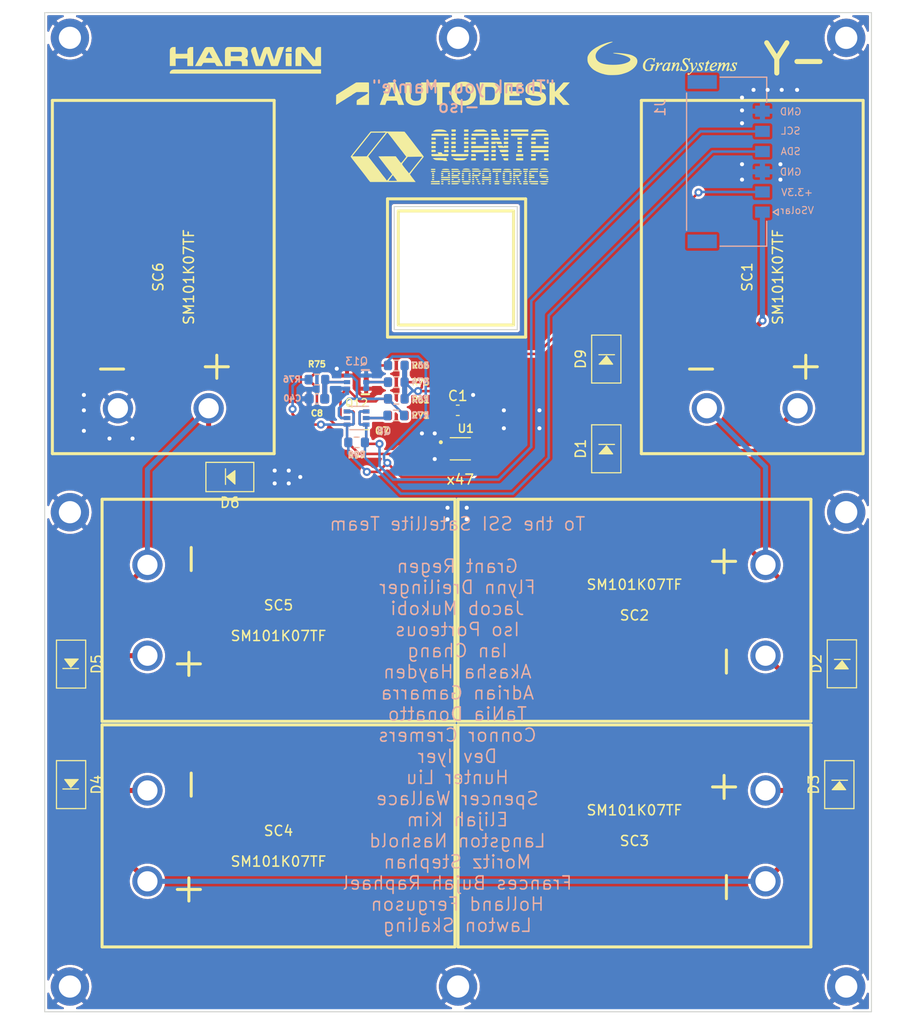
<source format=kicad_pcb>
(kicad_pcb (version 20211014) (generator pcbnew)
  (layers (0 "F.Cu" signal) (31 "B.Cu" signal) (34 "B.Paste" user) (35 "F.Paste" user) (36 "B.SilkS" user "B.Silkscreen") (37 "F.SilkS" user "F.Silkscreen") (38 "B.Mask" user) (39 "F.Mask" user) (44 "Edge.Cuts" user))
  (net 0 "")
  (net 1 "+3V3")
  (net 2 "GND")
  (net 3 "Net-(D1-Pad2)")
  (net 4 "Net-(D1-Pad1)")
  (net 5 "Net-(D2-Pad2)")
  (net 6 "Net-(D3-Pad2)")
  (net 7 "Net-(D4-Pad2)")
  (net 8 "Net-(D5-Pad2)")
  (net 9 "VSOLAR")
  (net 10 "SDA")
  (net 11 "SCL")
  (net 12 "Net-(C8-Pad1)")
  (net 13 "Net-(C40-Pad1)")
  (net 14 "Net-(Q12-Pad6)")
  (net 15 "Net-(Q7-Pad2)")
  (net 16 "SCL_SUN")
  (net 17 "Net-(Q13-Pad6)")
  (net 18 "Net-(Q8-Pad2)")
  (net 19 "SDA_SUN")
  (net 20 "Net-(Q12-Pad2)")
  (net 21 "Net-(Q13-Pad2)")
  (footprint "sputnik2U:SM101K07TF" (layer "F.Cu") (at 164.846 129.286)
    (fp_text reference "SC3" (at 0 0.5) (layer "F.SilkS"))
    (fp_text value "SM101K07TF" (at 0 -2.54) (layer "F.SilkS"))
    (fp_text user "+" (at 8.89 -5.08) (layer "F.SilkS") (effects (font (size 3 3) (thickness 0.3))))
    (fp_text user "-" (at 8.89 5.08 90) (layer "F.SilkS") (effects (font (size 3 3) (thickness 0.3))))
    (pad "1" thru_hole circle locked (at 13 -4.5) (size 3 3) (drill 2) (layers *.Cu *.Mask) (net 5 "Net-(D2-Pad2)"))
    (pad "2" thru_hole circle locked (at 13 4.5) (size 3 3) (drill 2) (layers *.Cu *.Mask) (net 6 "Net-(D3-Pad2)"))
  )
  (footprint "sputnik2U:DO-214AC" (layer "F.Cu") (at 108.966 112.268 90)
    (fp_text reference "D5" (at 0 2.54 90) (layer "F.SilkS"))
    (fp_text value "CDBA240LL-HF")
    (pad "1" smd rect locked (at -2 0 90) (size 2.5 1.7) (layers "F.Cu" "F.Paste" "F.Mask") (net 7 "Net-(D4-Pad2)"))
    (pad "2" smd rect locked (at 2 0 90) (size 2.5 1.7) (layers "F.Cu" "F.Paste" "F.Mask") (net 8 "Net-(D5-Pad2)"))
  )
  (footprint "sputnik2U:DO-214AC" (layer "F.Cu") (at 185.166 124.206 -90)
    (fp_text reference "D3" (at 0 2.54 -90) (layer "F.SilkS"))
    (fp_text value "CDBA240LL-HF")
    (pad "1" smd rect locked (at -2 0 270) (size 2.5 1.7) (layers "F.Cu" "F.Paste" "F.Mask") (net 5 "Net-(D2-Pad2)"))
    (pad "2" smd rect locked (at 2 0 270) (size 2.5 1.7) (layers "F.Cu" "F.Paste" "F.Mask") (net 6 "Net-(D3-Pad2)"))
  )
  (footprint "sputnik2U:DO-214AC" (layer "F.Cu") (at 108.966 124.206 90)
    (fp_text reference "D4" (at 0 2.54 90) (layer "F.SilkS"))
    (fp_text value "CDBA240LL-HF")
    (pad "1" smd rect locked (at -2 0 90) (size 2.5 1.7) (layers "F.Cu" "F.Paste" "F.Mask") (net 6 "Net-(D3-Pad2)"))
    (pad "2" smd rect locked (at 2 0 90) (size 2.5 1.7) (layers "F.Cu" "F.Paste" "F.Mask") (net 7 "Net-(D4-Pad2)"))
  )
  (footprint "MountingHole:MountingHole_2.2mm_M2_DIN965_Pad_TopBottom" (layer "F.Cu") (at 108.85 50.214)
    (fp_text reference "H1")
    (fp_text value "MountingHole_Pad")
    (pad "1" connect circle locked (at 0 0) (size 3.8 3.8) (layers "F.Cu" "F.Mask") (net 2 "GND"))
    (pad "1" connect circle locked (at 0 0) (size 3.8 3.8) (layers "B.Cu" "B.Mask") (net 2 "GND"))
    (pad "1" thru_hole circle locked (at 0 0) (size 2.6 2.6) (drill 2.2) (layers *.Cu *.Mask) (net 2 "GND"))
  )
  (footprint "sputnik2U:SM101K07TF" (layer "F.Cu") (at 164.846 106.934)
    (fp_text reference "SC2" (at 0 0.5) (layer "F.SilkS"))
    (fp_text value "SM101K07TF" (at 0 -2.54) (layer "F.SilkS"))
    (fp_text user "+" (at 8.89 -5.08) (layer "F.SilkS") (effects (font (size 3 3) (thickness 0.3))))
    (fp_text user "-" (at 8.89 5.08 90) (layer "F.SilkS") (effects (font (size 3 3) (thickness 0.3))))
    (pad "1" thru_hole circle locked (at 13 -4.5) (size 3 3) (drill 2) (layers *.Cu *.Mask) (net 3 "Net-(D1-Pad2)"))
    (pad "2" thru_hole circle locked (at 13 4.5) (size 3 3) (drill 2) (layers *.Cu *.Mask) (net 5 "Net-(D2-Pad2)"))
  )
  (footprint "sputnik2U:DO-214AC" (layer "F.Cu") (at 162.052 90.932 -90)
    (fp_text reference "D1" (at 0 2.54 -90) (layer "F.SilkS"))
    (fp_text value "CDBA240LL-HF")
    (pad "1" smd rect locked (at -2 0 270) (size 2.5 1.7) (layers "F.Cu" "F.Paste" "F.Mask") (net 4 "Net-(D1-Pad1)"))
    (pad "2" smd rect locked (at 2 0 270) (size 2.5 1.7) (layers "F.Cu" "F.Paste" "F.Mask") (net 3 "Net-(D1-Pad2)"))
  )
  (footprint "Capacitor_SMD:C_0603_1608Metric" (layer "F.Cu") (at 147.32 87.122)
    (fp_text reference "C1" (at 0 -1.43) (layer "F.SilkS"))
    (fp_text value "100nF")
    (pad "1" smd roundrect locked (at -0.775 0) (size 0.9 0.95) (layers "F.Cu" "F.Paste" "F.Mask") (net 1 "+3V3"))
    (pad "2" smd roundrect locked (at 0.775 0) (size 0.9 0.95) (layers "F.Cu" "F.Paste" "F.Mask") (net 2 "GND"))
  )
  (footprint "MountingHole:MountingHole_2.2mm_M2_DIN965_Pad_TopBottom" (layer "F.Cu") (at 147.35 50.214)
    (fp_text reference "H2")
    (fp_text value "MountingHole_Pad")
    (pad "1" thru_hole circle locked (at 0 0) (size 2.6 2.6) (drill 2.2) (layers *.Cu *.Mask) (net 2 "GND"))
    (pad "1" connect circle locked (at 0 0) (size 3.8 3.8) (layers "B.Cu" "B.Mask") (net 2 "GND"))
    (pad "1" connect circle locked (at 0 0) (size 3.8 3.8) (layers "F.Cu" "F.Mask") (net 2 "GND"))
  )
  (footprint "sputnik2U:DO-214AC" (layer "F.Cu") (at 185.42 112.236 -90)
    (fp_text reference "D2" (at 0 2.54 -90) (layer "F.SilkS"))
    (fp_text value "CDBA240LL-HF")
    (pad "1" smd rect locked (at -2 0 270) (size 2.5 1.7) (layers "F.Cu" "F.Paste" "F.Mask") (net 3 "Net-(D1-Pad2)"))
    (pad "2" smd rect locked (at 2 0 270) (size 2.5 1.7) (layers "F.Cu" "F.Paste" "F.Mask") (net 5 "Net-(D2-Pad2)"))
  )
  (footprint "sputnik2U:DO-214AC" (layer "F.Cu") (at 124.714 93.726)
    (fp_text reference "D6" (at 0 2.54) (layer "F.SilkS"))
    (fp_text value "CDBA240LL-HF")
    (pad "1" smd rect locked (at -2 0) (size 2.5 1.7) (layers "F.Cu" "F.Paste" "F.Mask") (net 8 "Net-(D5-Pad2)"))
    (pad "2" smd rect locked (at 2 0) (size 2.5 1.7) (layers "F.Cu" "F.Paste" "F.Mask") (net 2 "GND"))
  )
  (footprint "sputnik2U:DO-214AC" (layer "F.Cu") (at 162.052 82.042 -90)
    (fp_text reference "D9" (at 0 2.54 -90) (layer "F.SilkS"))
    (fp_text value "CDBA240LL-HF")
    (pad "1" smd rect locked (at -2 0 270) (size 2.5 1.7) (layers "F.Cu" "F.Paste" "F.Mask") (net 9 "VSOLAR"))
    (pad "2" smd rect locked (at 2 0 270) (size 2.5 1.7) (layers "F.Cu" "F.Paste" "F.Mask") (net 4 "Net-(D1-Pad1)"))
  )
  (footprint "sputnik2U:SM101K07TF" (layer "F.Cu") (at 118.11 73.914 -90)
    (fp_text reference "SC6" (at 0 0.5 -90) (layer "F.SilkS"))
    (fp_text value "SM101K07TF" (at 0 -2.54 -90) (layer "F.SilkS"))
    (fp_text user "+" (at 8.89 -5.08 -90) (layer "F.SilkS") (effects (font (size 3 3) (thickness 0.3))))
    (fp_text user "-" (at 8.89 5.08) (layer "F.SilkS") (effects (font (size 3 3) (thickness 0.3))))
    (pad "1" thru_hole circle locked (at 13 -4.5 270) (size 3 3) (drill 2) (layers *.Cu *.Mask) (net 8 "Net-(D5-Pad2)"))
    (pad "2" thru_hole circle locked (at 13 4.5 270) (size 3 3) (drill 2) (layers *.Cu *.Mask) (net 2 "GND"))
  )
  (footprint "sputnik2U:SM101K07TF" (layer "F.Cu") (at 176.53 73.914 -90)
    (fp_text reference "SC1" (at 0 0.5 -90) (layer "F.SilkS"))
    (fp_text value "SM101K07TF" (at 0 -2.54 -90) (layer "F.SilkS"))
    (fp_text user "-" (at 8.89 5.08) (layer "F.SilkS") (effects (font (size 3 3) (thickness 0.3))))
    (fp_text user "+" (at 8.89 -5.08 -90) (layer "F.SilkS") (effects (font (size 3 3) (thickness 0.3))))
    (pad "1" thru_hole circle locked (at 13 -4.5 270) (size 3 3) (drill 2) (layers *.Cu *.Mask) (net 4 "Net-(D1-Pad1)"))
    (pad "2" thru_hole circle locked (at 13 4.5 270) (size 3 3) (drill 2) (layers *.Cu *.Mask) (net 3 "Net-(D1-Pad2)"))
  )
  (footprint "MountingHole:MountingHole_2.2mm_M2_DIN965_Pad_TopBottom" (layer "F.Cu") (at 108.85 97.214)
    (fp_text reference "H8")
    (fp_text value "MountingHole_Pad")
    (pad "1" thru_hole circle locked (at 0 0) (size 2.6 2.6) (drill 2.2) (layers *.Cu *.Mask) (net 2 "GND"))
    (pad "1" connect circle locked (at 0 0) (size 3.8 3.8) (layers "F.Cu" "F.Mask") (net 2 "GND"))
    (pad "1" connect circle locked (at 0 0) (size 3.8 3.8) (layers "B.Cu" "B.Mask") (net 2 "GND"))
  )
  (footprint "MountingHole:MountingHole_2.2mm_M2_DIN965_Pad_TopBottom" (layer "F.Cu") (at 108.85 144.214)
    (fp_text reference "H7")
    (fp_text value "MountingHole_Pad")
    (pad "1" connect circle locked (at 0 0) (size 3.8 3.8) (layers "B.Cu" "B.Mask") (net 2 "GND"))
    (pad "1" thru_hole circle locked (at 0 0) (size 2.6 2.6) (drill 2.2) (layers *.Cu *.Mask) (net 2 "GND"))
    (pad "1" connect circle locked (at 0 0) (size 3.8 3.8) (layers "F.Cu" "F.Mask") (net 2 "GND"))
  )
  (footprint "MountingHole:MountingHole_2.2mm_M2_DIN965_Pad_TopBottom" (layer "F.Cu") (at 185.85 144.214)
    (fp_text reference "H5")
    (fp_text value "MountingHole_Pad")
    (pad "1" connect circle locked (at 0 0) (size 3.8 3.8) (layers "B.Cu" "B.Mask") (net 2 "GND"))
    (pad "1" thru_hole circle locked (at 0 0) (size 2.6 2.6) (drill 2.2) (layers *.Cu *.Mask) (net 2 "GND"))
    (pad "1" connect circle locked (at 0 0) (size 3.8 3.8) (layers "F.Cu" "F.Mask") (net 2 "GND"))
  )
  (footprint "sputnik2U:SM101K07TF" (layer "F.Cu") (at 129.54 129.286 180)
    (fp_text reference "SC4" (at 0 0.5 180) (layer "F.SilkS"))
    (fp_text value "SM101K07TF" (at 0 -2.54 180) (layer "F.SilkS"))
    (fp_text user "+" (at 8.89 -5.08 180) (layer "F.SilkS") (effects (font (size 3 3) (thickness 0.3))))
    (fp_text user "-" (at 8.89 5.08 270) (layer "F.SilkS") (effects (font (size 3 3) (thickness 0.3))))
    (pad "1" thru_hole circle locked (at 13 -4.5 180) (size 3 3) (drill 2) (layers *.Cu *.Mask) (net 6 "Net-(D3-Pad2)"))
    (pad "2" thru_hole circle locked (at 13 4.5 180) (size 3 3) (drill 2) (layers *.Cu *.Mask) (net 7 "Net-(D4-Pad2)"))
  )
  (footprint "MountingHole:MountingHole_2.2mm_M2_DIN965_Pad_TopBottom" (layer "F.Cu") (at 147.35 144.214)
    (fp_text reference "H6")
    (fp_text value "MountingHole_Pad")
    (pad "1" thru_hole circle locked (at 0 0) (size 2.6 2.6) (drill 2.2) (layers *.Cu *.Mask) (net 2 "GND"))
    (pad "1" connect circle locked (at 0 0) (size 3.8 3.8) (layers "F.Cu" "F.Mask") (net 2 "GND"))
    (pad "1" connect circle locked (at 0 0) (size 3.8 3.8) (layers "B.Cu" "B.Mask") (net 2 "GND"))
  )
  (footprint "sputnik2U:SM101K07TF" (layer "F.Cu") (at 129.54 106.934 180)
    (fp_text reference "SC5" (at 0 0.5 180) (layer "F.SilkS"))
    (fp_text value "SM101K07TF" (at 0 -2.54 180) (layer "F.SilkS"))
    (fp_text user "-" (at 8.89 5.08 270) (layer "F.SilkS") (effects (font (size 3 3) (thickness 0.3))))
    (fp_text user "+" (at 8.89 -5.08 180) (layer "F.SilkS") (effects (font (size 3 3) (thickness 0.3))))
    (pad "1" thru_hole circle locked (at 13 -4.5 180) (size 3 3) (drill 2) (layers *.Cu *.Mask) (net 7 "Net-(D4-Pad2)"))
    (pad "2" thru_hole circle locked (at 13 4.5 180) (size 3 3) (drill 2) (layers *.Cu *.Mask) (net 8 "Net-(D5-Pad2)"))
  )
  (footprint "MountingHole:MountingHole_2.2mm_M2_DIN965_Pad_TopBottom" (layer "F.Cu") (at 185.85 97.214)
    (fp_text reference "H4")
    (fp_text value "MountingHole_Pad")
    (pad "1" thru_hole circle locked (at 0 0) (size 2.6 2.6) (drill 2.2) (layers *.Cu *.Mask) (net 2 "GND"))
    (pad "1" connect circle locked (at 0 0) (size 3.8 3.8) (layers "B.Cu" "B.Mask") (net 2 "GND"))
    (pad "1" connect circle locked (at 0 0) (size 3.8 3.8) (layers "F.Cu" "F.Mask") (net 2 "GND"))
  )
  (footprint "MountingHole:MountingHole_2.2mm_M2_DIN965_Pad_TopBottom" (layer "F.Cu") (at 185.85 50.214)
    (fp_text reference "H3")
    (fp_text value "MountingHole_Pad")
    (pad "1" connect circle locked (at 0 0) (size 3.8 3.8) (layers "B.Cu" "B.Mask") (net 2 "GND"))
    (pad "1" connect circle locked (at 0 0) (size 3.8 3.8) (layers "F.Cu" "F.Mask") (net 2 "GND"))
    (pad "1" thru_hole circle locked (at 0 0) (size 2.6 2.6) (drill 2.2) (layers *.Cu *.Mask) (net 2 "GND"))
  )
  (footprint "Resistor_SMD:R_0603_1608Metric" (layer "F.Cu") (at 141.224 84.328 180)
    (fp_text reference "R73" (at -2.413 0) (layer "F.SilkS") (effects (font (size 0.6 0.6))))
    (fp_text value "100K")
    (pad "1" smd roundrect locked (at -0.825 0 180) (size 0.8 0.95) (layers "F.Cu" "F.Paste" "F.Mask") (net 1 "+3V3"))
    (pad "2" smd roundrect locked (at 0.825 0 180) (size 0.8 0.95) (layers "F.Cu" "F.Paste" "F.Mask") (net 20 "Net-(Q12-Pad2)"))
  )
  (footprint "Resistor_SMD:R_0603_1608Metric" (layer "F.Cu") (at 141.224 85.979 180)
    (fp_text reference "R61" (at -2.413 -0.127) (layer "F.SilkS") (effects (font (size 0.6 0.6))))
    (fp_text value "10K")
    (pad "1" smd roundrect locked (at -0.825 0 180) (size 0.8 0.95) (layers "F.Cu" "F.Paste" "F.Mask") (net 1 "+3V3"))
    (pad "2" smd roundrect locked (at 0.825 0 180) (size 0.8 0.95) (layers "F.Cu" "F.Paste" "F.Mask") (net 14 "Net-(Q12-Pad6)"))
  )
  (footprint "Resistor_SMD:R_0603_1608Metric" (layer "F.Cu") (at 141.224 82.677 180)
    (fp_text reference "R66" (at -2.413 0) (layer "F.SilkS") (effects (font (size 0.6 0.6))))
    (fp_text value "10K")
    (pad "1" smd roundrect locked (at -0.825 0 180) (size 0.8 0.95) (layers "F.Cu" "F.Paste" "F.Mask") (net 1 "+3V3"))
    (pad "2" smd roundrect locked (at 0.825 0 180) (size 0.8 0.95) (layers "F.Cu" "F.Paste" "F.Mask") (net 16 "SCL_SUN"))
  )
  (footprint "Resistor_SMD:R_0603_1608Metric" (layer "F.Cu") (at 141.224 87.63)
    (fp_text reference "R71" (at 2.413 0) (layer "F.SilkS") (effects (font (size 0.6 0.6))))
    (fp_text value "680")
    (pad "1" smd roundrect locked (at -0.825 0) (size 0.8 0.95) (layers "F.Cu" "F.Paste" "F.Mask") (net 15 "Net-(Q7-Pad2)"))
    (pad "2" smd roundrect locked (at 0.825 0) (size 0.8 0.95) (layers "F.Cu" "F.Paste" "F.Mask") (net 14 "Net-(Q12-Pad6)"))
  )
  (footprint "Resistor_SMD:R_0603_1608Metric" (layer "F.Cu") (at 137.287 90.297)
    (fp_text reference "R97" (at 0 1.27) (layer "F.SilkS") (effects (font (size 0.6 0.6))))
    (fp_text value "0")
    (pad "1" smd roundrect locked (at -0.825 0) (size 0.8 0.95) (layers "F.Cu" "F.Paste" "F.Mask") (net 16 "SCL_SUN"))
    (pad "2" smd roundrect locked (at 0.825 0) (size 0.8 0.95) (layers "F.Cu" "F.Paste" "F.Mask") (net 11 "SCL"))
  )
  (footprint "sputnik2U:BSS138DWQ-7" (layer "F.Cu") (at 137.287 84.328 180)
    (fp_text reference "Q12" (at 0 -2.06 180) (layer "F.SilkS") (effects (font (size 0.762 0.762) (thickness 0.127))))
    (fp_text value "BSS138DWQ-7" hide)
    (pad "1" smd rect locked (at -0.95 -0.65 270) (size 0.4 0.6) (layers "F.Cu" "F.Paste" "F.Mask") (net 2 "GND"))
    (pad "2" smd rect locked (at -0.95 0 270) (size 0.4 0.6) (layers "F.Cu" "F.Paste" "F.Mask") (net 20 "Net-(Q12-Pad2)"))
    (pad "3" smd rect locked (at -0.95 0.65 270) (size 0.4 0.6) (layers "F.Cu" "F.Paste" "F.Mask") (net 20 "Net-(Q12-Pad2)"))
    (pad "4" smd rect locked (at 0.95 0.65 270) (size 0.4 0.6) (layers "F.Cu" "F.Paste" "F.Mask") (net 2 "GND"))
    (pad "5" smd rect locked (at 0.95 0 270) (size 0.4 0.6) (layers "F.Cu" "F.Paste" "F.Mask") (net 12 "Net-(C8-Pad1)"))
    (pad "6" smd rect locked (at 0.95 -0.65 270) (size 0.4 0.6) (layers "F.Cu" "F.Paste" "F.Mask") (net 14 "Net-(Q12-Pad6)"))
  )
  (footprint "Resistor_SMD:R_0603_1608Metric" (layer "F.Cu") (at 133.35 84.074)
    (fp_text reference "R75" (at 0 -1.524) (layer "F.SilkS") (effects (font (size 0.6 0.6))))
    (fp_text value "200K")
    (pad "1" smd roundrect locked (at -0.825 0) (size 0.8 0.95) (layers "F.Cu" "F.Paste" "F.Mask") (net 16 "SCL_SUN"))
    (pad "2" smd roundrect locked (at 0.825 0) (size 0.8 0.95) (layers "F.Cu" "F.Paste" "F.Mask") (net 12 "Net-(C8-Pad1)"))
  )
  (footprint "Package_TO_SOT_SMD:SOT-363_SC-70-6" (layer "F.Cu") (at 137.287 87.884 180)
    (fp_text reference "Q7" (at -2.54 -1.27) (layer "F.SilkS") (effects (font (size 0.7 0.7))))
    (fp_text value "MBT2222ADW1T1")
    (pad "1" smd rect locked (at -0.95 -0.65 180) (size 0.65 0.4) (layers "F.Cu" "F.Paste" "F.Mask") (net 11 "SCL"))
    (pad "2" smd rect locked (at -0.95 0 180) (size 0.65 0.4) (layers "F.Cu" "F.Paste" "F.Mask") (net 15 "Net-(Q7-Pad2)"))
    (pad "3" smd rect locked (at -0.95 0.65 180) (size 0.65 0.4) (layers "F.Cu" "F.Paste" "F.Mask") (net 11 "SCL"))
    (pad "4" smd rect locked (at 0.95 0.65 180) (size 0.65 0.4) (layers "F.Cu" "F.Paste" "F.Mask") (net 16 "SCL_SUN"))
    (pad "5" smd rect locked (at 0.95 0 180) (size 0.65 0.4) (layers "F.Cu" "F.Paste" "F.Mask") (net 14 "Net-(Q12-Pad6)"))
    (pad "6" smd rect locked (at 0.95 -0.65 180) (size 0.65 0.4) (layers "F.Cu" "F.Paste" "F.Mask") (net 16 "SCL_SUN"))
  )
  (footprint "Capacitor_SMD:C_0603_1608Metric" (layer "F.Cu") (at 133.35 85.979 180)
    (fp_text reference "C8" (at 0 -1.43) (layer "F.SilkS") (effects (font (size 0.6 0.6))))
    (fp_text value "10nF")
    (pad "1" smd roundrect locked (at -0.775 0 180) (size 0.9 0.95) (layers "F.Cu" "F.Paste" "F.Mask") (net 12 "Net-(C8-Pad1)"))
    (pad "2" smd roundrect locked (at 0.775 0 180) (size 0.9 0.95) (layers "F.Cu" "F.Paste" "F.Mask") (net 2 "GND"))
  )
  (footprint "sputnik2U:OPT3001" (layer "F.Cu") (at 147.574 90.932)
    (fp_text reference "U1" (at 0.54 -2.008) (layer "F.SilkS") (effects (font (size 0.8 0.8))))
    (fp_text value "OPT3001DNPT")
    (pad "1" smd rect locked (at -0.995 -0.65) (size 0.74 0.27) (layers "F.Cu" "F.Paste" "F.Mask") (net 1 "+3V3"))
    (pad "2" smd rect locked (at -0.995 0) (size 0.74 0.27) (layers "F.Cu" "F.Paste" "F.Mask") (net 16 "SCL_SUN"))
    (pad "3" smd rect locked (at -0.995 0.65) (size 0.74 0.27) (layers "F.Cu" "F.Paste" "F.Mask") (net 2 "GND"))
    (pad "4" smd rect locked (at 0.995 0.65) (size 0.74 0.27) (layers "F.Cu" "F.Paste" "F.Mask") (net 16 "SCL_SUN"))
    (pad "5" smd rect locked (at 0.995 0) (size 0.74 0.27) (layers "F.Cu" "F.Paste" "F.Mask"))
    (pad "6" smd rect locked (at 0.995 -0.65) (size 0.74 0.27) (layers "F.Cu" "F.Paste" "F.Mask") (net 19 "SDA_SUN"))
    (pad "7" smd rect locked (at 0 0) (size 0.65 1.35) (layers "F.Cu" "F.Mask") (net 2 "GND"))
  )
  (footprint "sapling:AP.12F_Taoglas" (layer "F.Cu") (at 147.701 64.897)
    (fp_text reference "REF**" hide)
    (fp_text value "AP.12F_Taoglas")
  )
  (footprint "LOGO" (layer "F.Cu") (at 126.26 52.44)
    (fp_text reference "G***" hide)
    (fp_text value "LOGO" hide)
  )
  (footprint "LOGO" (layer "F.Cu") (at 146.89 55.83)
    (fp_text reference "G***" hide)
    (fp_text value "LOGO" hide)
  )
  (footprint "LOGO" (layer "F.Cu") (at 146.59 62.02)
    (fp_text reference "G***" hide)
    (fp_text value "LOGO" hide)
  )
  (footprint "LOGO" (layer "F.Cu") (at 167.54 52.26)
    (fp_text reference "G***" hide)
    (fp_text value "LOGO" hide)
  )
  (footprint "sputnik2U:MOLEX_2053380006" (layer "B.Cu") (at 173.99 62.484 -90)
    (fp_text reference "J1" (at -5.325 6.585 90) (layer "B.SilkS") (effects (justify mirror)))
    (fp_text value "Conn_01x06")
    (pad "1" smd rect locked (at 5 -3.55 270) (size 1.1 1.45) (layers "B.Cu" "B.Paste") (net 9 "VSOLAR"))
    (pad "2" smd rect locked (at 3 -3.55 270) (size 1.1 1.45) (layers "B.Cu" "B.Paste") (net 1 "+3V3"))
    (pad "3" smd rect locked (at 1 -3.55 270) (size 1.1 1.45) (layers "B.Cu" "B.Paste") (net 2 "GND"))
    (pad "4" smd rect locked (at -1 -3.55 270) (size 1.1 1.45) (layers "B.Cu" "B.Paste") (net 10 "SDA"))
    (pad "5" smd rect locked (at -3 -3.55 270) (size 1.1 1.45) (layers "B.Cu" "B.Paste") (net 11 "SCL"))
    (pad "6" smd rect locked (at -5 -3.55 270) (size 1.1 1.45) (layers "B.Cu" "B.Paste") (net 2 "GND"))
    (pad "S1" smd rect locked (at 7.895 2.425 270) (size 1.35 2.9) (layers "B.Cu" "B.Paste"))
    (pad "S2" smd rect locked (at -7.895 2.425 270) (size 1.35 2.9) (layers "B.Cu" "B.Paste"))
  )
  (footprint "Resistor_SMD:R_0603_1608Metric" (layer "B.Cu") (at 141.224 85.979 180)
    (fp_text reference "R62" (at -2.3876 0) (layer "B.SilkS") (effects (font (size 0.6 0.6)) (justify mirror)))
    (fp_text value "10K")
    (pad "1" smd roundrect locked (at -0.825 0 180) (size 0.8 0.95) (layers "B.Cu" "B.Paste" "B.Mask") (net 1 "+3V3"))
    (pad "2" smd roundrect locked (at 0.825 0 180) (size 0.8 0.95) (layers "B.Cu" "B.Paste" "B.Mask") (net 17 "Net-(Q13-Pad6)"))
  )
  (footprint "Resistor_SMD:R_0603_1608Metric" (layer "B.Cu") (at 141.161 87.63)
    (fp_text reference "R72" (at 2.4506 -0.0254) (layer "B.SilkS") (effects (font (size 0.6 0.6)) (justify mirror)))
    (fp_text value "680")
    (pad "1" smd roundrect locked (at -0.825 0) (size 0.8 0.95) (layers "B.Cu" "B.Paste" "B.Mask") (net 18 "Net-(Q8-Pad2)"))
    (pad "2" smd roundrect locked (at 0.825 0) (size 0.8 0.95) (layers "B.Cu" "B.Paste" "B.Mask") (net 17 "Net-(Q13-Pad6)"))
  )
  (footprint "sputnik2U:BSS138DWQ-7" (layer "B.Cu") (at 137.287 84.328 180)
    (fp_text reference "Q13" (at 0 2.06) (layer "B.SilkS") (effects (font (size 0.762 0.762) (thickness 0.127)) (justify mirror)))
    (fp_text value "BSS138DWQ-7" hide)
    (pad "1" smd rect locked (at -0.95 0.65 90) (size 0.4 0.6) (layers "B.Cu" "B.Paste" "B.Mask") (net 2 "GND"))
    (pad "2" smd rect locked (at -0.95 0 90) (size 0.4 0.6) (layers "B.Cu" "B.Paste" "B.Mask") (net 21 "Net-(Q13-Pad2)"))
    (pad "3" smd rect locked (at -0.95 -0.65 90) (size 0.4 0.6) (layers "B.Cu" "B.Paste" "B.Mask") (net 21 "Net-(Q13-Pad2)"))
    (pad "4" smd rect locked (at 0.95 -0.65 90) (size 0.4 0.6) (layers "B.Cu" "B.Paste" "B.Mask") (net 2 "GND"))
    (pad "5" smd rect locked (at 0.95 0 90) (size 0.4 0.6) (layers "B.Cu" "B.Paste" "B.Mask") (net 13 "Net-(C40-Pad1)"))
    (pad "6" smd rect locked (at 0.95 0.65 90) (size 0.4 0.6) (layers "B.Cu" "B.Paste" "B.Mask") (net 17 "Net-(Q13-Pad6)"))
  )
  (footprint "Resistor_SMD:R_0603_1608Metric" (layer "B.Cu") (at 133.35 84.074)
    (fp_text reference "R76" (at -2.4892 -0.0254) (layer "B.SilkS") (effects (font (size 0.6 0.6)) (justify mirror)))
    (fp_text value "200K")
    (pad "1" smd roundrect locked (at -0.825 0) (size 0.8 0.95) (layers "B.Cu" "B.Paste" "B.Mask") (net 19 "SDA_SUN"))
    (pad "2" smd roundrect locked (at 0.825 0) (size 0.8 0.95) (layers "B.Cu" "B.Paste" "B.Mask") (net 13 "Net-(C40-Pad1)"))
  )
  (footprint "Resistor_SMD:R_0603_1608Metric" (layer "B.Cu") (at 137.287 90.297)
    (fp_text reference "R98" (at 0.0254 1.2192) (layer "B.SilkS") (effects (font (size 0.6 0.6)) (justify mirror)))
    (fp_text value "0")
    (pad "1" smd roundrect locked (at -0.825 0) (size 0.8 0.95) (layers "B.Cu" "B.Paste" "B.Mask") (net 19 "SDA_SUN"))
    (pad "2" smd roundrect locked (at 0.825 0) (size 0.8 0.95) (layers "B.Cu" "B.Paste" "B.Mask") (net 10 "SDA"))
  )
  (footprint "Resistor_SMD:R_0603_1608Metric" (layer "B.Cu") (at 141.224 82.677 180)
    (fp_text reference "R67" (at -2.3876 0) (layer "B.SilkS") (effects (font (size 0.6 0.6)) (justify mirror)))
    (fp_text value "10K")
    (pad "1" smd roundrect locked (at -0.825 0 180) (size 0.8 0.95) (layers "B.Cu" "B.Paste" "B.Mask") (net 1 "+3V3"))
    (pad "2" smd roundrect locked (at 0.825 0 180) (size 0.8 0.95) (layers "B.Cu" "B.Paste" "B.Mask") (net 19 "SDA_SUN"))
  )
  (footprint "Resistor_SMD:R_0603_1608Metric" (layer "B.Cu") (at 141.224 84.328 180)
    (fp_text reference "R74" (at -2.3876 0.0762) (layer "B.SilkS") (effects (font (size 0.6 0.6)) (justify mirror)))
    (fp_text value "100K")
    (pad "1" smd roundrect locked (at -0.825 0 180) (size 0.8 0.95) (layers "B.Cu" "B.Paste" "B.Mask") (net 1 "+3V3"))
    (pad "2" smd roundrect locked (at 0.825 0 180) (size 0.8 0.95) (layers "B.Cu" "B.Paste" "B.Mask") (net 21 "Net-(Q13-Pad2)"))
  )
  (footprint "Package_TO_SOT_SMD:SOT-363_SC-70-6" (layer "B.Cu") (at 137.287 87.884 180)
    (fp_text reference "Q8" (at -2.7178 -1.2954) (layer "B.SilkS") (effects (font (size 0.7 0.7)) (justify mirror)))
    (fp_text value "MBT2222ADW1T1")
    (pad "1" smd rect locked (at -0.95 0.65 180) (size 0.65 0.4) (layers "B.Cu" "B.Paste" "B.Mask") (net 10 "SDA"))
    (pad "2" smd rect locked (at -0.95 0 180) (size 0.65 0.4) (layers "B.Cu" "B.Paste" "B.Mask") (net 18 "Net-(Q8-Pad2)"))
    (pad "3" smd rect locked (at -0.95 -0.65 180) (size 0.65 0.4) (layers "B.Cu" "B.Paste" "B.Mask") (net 10 "SDA"))
    (pad "4" smd rect locked (at 0.95 -0.65 180) (size 0.65 0.4) (layers "B.Cu" "B.Paste" "B.Mask") (net 19 "SDA_SUN"))
    (pad "5" smd rect locked (at 0.95 0 180) (size 0.65 0.4) (layers "B.Cu" "B.Paste" "B.Mask") (net 17 "Net-(Q13-Pad6)"))
    (pad "6" smd rect locked (at 0.95 0.65 180) (size 0.65 0.4) (layers "B.Cu" "B.Paste" "B.Mask") (net 19 "SDA_SUN"))
  )
  (footprint "Capacitor_SMD:C_0603_1608Metric" (layer "B.Cu") (at 133.35 85.979 180)
    (fp_text reference "C40" (at 2.4384 0.0508) (layer "B.SilkS") (effects (font (size 0.6 0.6)) (justify mirror)))
    (fp_text value "10nF")
    (pad "1" smd roundrect locked (at -0.775 0 180) (size 0.9 0.95) (layers "B.Cu" "B.Paste" "B.Mask") (net 13 "Net-(C40-Pad1)"))
    (pad "2" smd roundrect locked (at 0.775 0 180) (size 0.9 0.95) (layers "B.Cu" "B.Paste" "B.Mask") (net 2 "GND"))
  )
  (gr_line (start 188.35 146.714) (end 106.35 146.714) (layer "Edge.Cuts") (width 0.1))
  (gr_line (start 106.35 47.714) (end 188.35 47.714) (layer "Edge.Cuts") (width 0.1))
  (gr_line (start 106.35 146.714) (end 106.35 47.714) (layer "Edge.Cuts") (width 0.1))
  (gr_line (start 188.35 47.714) (end 188.35 146.714) (layer "Edge.Cuts") (width 0.1))
  (gr_line (start 141.02 66.93) (end 153.22 66.93) (layer "Edge.Cuts") (width 0.1))
  (gr_line (start 153.22 79.13) (end 153.22 66.93) (layer "Edge.Cuts") (width 0.1))
  (gr_line (start 141.02 79.13) (end 153.22 79.13) (layer "Edge.Cuts") (width 0.1))
  (gr_line (start 141.02 79.13) (end 141.02 66.93) (layer "Edge.Cuts") (width 0.1))
  (gr_text "GND" (at 180.34 63.5) (layer "B.SilkS") (effects (font (size 0.7 0.7) (thickness 0.1)) (justify mirror)))
  (gr_text "SDA" (at 180.34 61.468) (layer "B.SilkS") (effects (font (size 0.7 0.7) (thickness 0.1)) (justify mirror)))
  (gr_text "SCL" (at 180.34 59.436) (layer "B.SilkS") (effects (font (size 0.7 0.7) (thickness 0.1)) (justify mirror)))
  (gr_text "+3.3V" (at 180.975 65.532) (layer "B.SilkS") (effects (font (size 0.7 0.7) (thickness 0.1)) (justify mirror)))
  (gr_text "GND" (at 180.34 57.531) (layer "B.SilkS") (effects (font (size 0.7 0.7) (thickness 0.1)) (justify mirror)))
  (gr_text "VSolar" (at 180.975 67.31) (layer "B.SilkS") (effects (font (size 0.7 0.7) (thickness 0.1)) (justify mirror)))
  (gr_text "{dblquote}Thank you, Mamie{dblquote} \n-Iso" (at 147.42 56.05) (layer "B.SilkS") (effects (font (size 1.2 1.2) (thickness 0.2)) (justify mirror)))
  (gr_text "To the SSI Satellite Team\n\nGrant Regen\nFlynn Dreilinger\nJacob Mukobi\nIso Porteous\nIan Chang\nAkasha Hayden\nAdrian Gamarra\nTaNia Donatto\nConnor Cremers\nDev Iyer\nHunter Liu\nSpencer Wallace\nElijah Kim\nLangston Nashold\nMoritz Stephan\nFrances Bujah Raphael\nHolland Ferguson\nLawton Skaling" (at 147.28 118.26) (layer "B.SilkS") (effects (font (size 1.3 1.3)) (justify mirror)))
  (gr_text "x47" (at 147.574 93.98) (layer "F.SilkS") (effects (font (size 1 1))))
  (gr_text "Y-" (at 180.82 52.34) (layer "F.SilkS") (effects (font (size 3 3) (thickness 0.5))))
  (segment (start 146.545 87.122) (end 146.545 90.248) (width 0.25) (layer "F.Cu") (net 1))
  (segment (start 146.545 87.122) (end 146.545 86.119) (width 0.25) (layer "F.Cu") (net 1))
  (segment (start 155.194 81.534) (end 171.196 65.532) (width 0.25) (layer "F.Cu") (net 1))
  (segment (start 171.196 65.532) (end 171.196 65.532) (width 0.25) (layer "F.Cu") (net 1))
  (segment (start 146.545 90.248) (end 146.579 90.282) (width 0.25) (layer "F.Cu") (net 1))
  (segment (start 146.545 86.119) (end 151.13 81.534) (width 0.25) (layer "F.Cu") (net 1))
  (segment (start 151.13 81.534) (end 155.194 81.534) (width 0.25) (layer "F.Cu") (net 1))
  (segment (start 142.049 82.677) (end 142.049 84.328) (width 0.5) (layer "F.Cu") (net 1))
  (segment (start 142.049 84.328) (end 142.049 85.979) (width 0.5) (layer "F.Cu") (net 1))
  (segment (start 143.764 84.328) (end 143.764 84.836) (width 0.25) (layer "F.Cu") (net 1))
  (segment (start 143.764 84.328) (end 142.049 84.328) (width 0.25) (layer "F.Cu") (net 1))
  (segment (start 143.51 85.09) (end 143.383 85.217) (width 0.25) (layer "F.Cu") (net 1))
  (segment (start 143.383 85.217) (end 143.383 85.217) (width 0.25) (layer "F.Cu") (net 1))
  (segment (start 143.764 84.836) (end 143.51 85.09) (width 0.25) (layer "F.Cu") (net 1))
  (segment (start 143.383 85.217) (end 145.643 85.217) (width 0.25) (layer "F.Cu") (net 1))
  (segment (start 145.643 85.217) (end 146.545 86.119) (width 0.25) (layer "F.Cu") (net 1))
  (via (at 171.196 65.532) (size 0.8) (drill 0.4) (layers "F.Cu" "B.Cu") (net 1))
  (via (at 143.383 85.217) (size 0.8) (drill 0.4) (layers "F.Cu" "B.Cu") (net 1))
  (segment (start 177.54 65.484) (end 171.244 65.484) (width 0.25) (layer "B.Cu") (net 1))
  (segment (start 171.244 65.484) (end 171.196 65.532) (width 0.25) (layer "B.Cu") (net 1))
  (segment (start 142.049 85.979) (end 142.049 84.328) (width 0.5) (layer "B.Cu") (net 1))
  (segment (start 142.049 84.328) (end 142.049 82.677) (width 0.5) (layer "B.Cu") (net 1))
  (segment (start 142.811 85.217) (end 142.049 85.979) (width 0.25) (layer "B.Cu") (net 1))
  (segment (start 142.938 85.217) (end 142.049 84.328) (width 0.25) (layer "B.Cu") (net 1))
  (segment (start 143.383 85.217) (end 142.811 85.217) (width 0.25) (layer "B.Cu") (net 1))
  (segment (start 143.383 85.217) (end 142.938 85.217) (width 0.25) (layer "B.Cu") (net 1))
  (via (at 175.514 56.134) (size 0.8) (drill 0.4) (layers "F.Cu" "B.Cu") (net 2))
  (via (at 178.054 55.372) (size 0.8) (drill 0.4) (layers "F.Cu" "B.Cu") (net 2))
  (via (at 179.451 55.372) (size 0.8) (drill 0.4) (layers "F.Cu" "B.Cu") (net 2))
  (via (at 175.514 62.738) (size 0.8) (drill 0.4) (layers "F.Cu" "B.Cu") (net 2))
  (via (at 112.776 89.916) (size 0.8) (drill 0.4) (layers "F.Cu" "B.Cu") (net 2))
  (via (at 130.556 93.091) (size 0.8) (drill 0.4) (layers "F.Cu" "B.Cu") (net 2))
  (via (at 129.159 94.361) (size 0.8) (drill 0.4) (layers "F.Cu" "B.Cu") (net 2))
  (via (at 129.159 93.091) (size 0.8) (drill 0.4) (layers "F.Cu" "B.Cu") (net 2))
  (via (at 146.304 97.917) (size 0.8) (drill 0.4) (layers "F.Cu" "B.Cu") (net 2))
  (via (at 175.514 57.404) (size 0.8) (drill 0.4) (layers "F.Cu" "B.Cu") (net 2))
  (via (at 110.236 89.154) (size 0.8) (drill 0.4) (layers "F.Cu" "B.Cu") (net 2))
  (via (at 146.304 96.774) (size 0.8) (drill 0.4) (layers "F.Cu" "B.Cu") (net 2))
  (via (at 176.657 55.372) (size 0.8) (drill 0.4) (layers "F.Cu" "B.Cu") (net 2))
  (via (at 179.324 64.262) (size 0.8) (drill 0.4) (layers "F.Cu" "B.Cu") (net 2))
  (via (at 180.975 55.372) (size 0.8) (drill 0.4) (layers "F.Cu" "B.Cu") (net 2))
  (via (at 148.209 97.917) (size 0.8) (drill 0.4) (layers "F.Cu" "B.Cu") (net 2))
  (via (at 179.324 62.738) (size 0.8) (drill 0.4) (layers "F.Cu" "B.Cu") (net 2))
  (via (at 110.236 87.122) (size 0.8) (drill 0.4) (layers "F.Cu" "B.Cu") (net 2))
  (via (at 175.514 64.262) (size 0.8) (drill 0.4) (layers "F.Cu" "B.Cu") (net 2))
  (via (at 148.209 96.774) (size 0.8) (drill 0.4) (layers "F.Cu" "B.Cu") (net 2))
  (via (at 110.236 85.598) (size 0.8) (drill 0.4) (layers "F.Cu" "B.Cu") (net 2))
  (via (at 130.556 94.361) (size 0.8) (drill 0.4) (layers "F.Cu" "B.Cu") (net 2))
  (via (at 131.699 93.726) (size 0.8) (drill 0.4) (layers "F.Cu" "B.Cu") (net 2))
  (via (at 175.514 58.674) (size 0.8) (drill 0.4) (layers "F.Cu" "B.Cu") (net 2))
  (via (at 115.062 89.916) (size 0.8) (drill 0.4) (layers "F.Cu" "B.Cu") (net 2))
  (via (at 148.844 85.598) (size 0.8) (drill 0.4) (layers "F.Cu" "B.Cu") (net 2))
  (via (at 143.764 89.408) (size 0.8) (drill 0.4) (layers "F.Cu" "B.Cu") (net 2))
  (via (at 145.034 91.948) (size 0.8) (drill 0.4) (layers "F.Cu" "B.Cu") (net 2))
  (via (at 151.892 88.9) (size 0.8) (drill 0.4) (layers "F.Cu" "B.Cu") (net 2))
  (via (at 155.42 88.9) (size 0.8) (drill 0.4) (layers "F.Cu" "B.Cu") (net 2))
  (via (at 151.892 87.122) (size 0.8) (drill 0.4) (layers "F.Cu" "B.Cu") (net 2))
  (via (at 145.034 89.408) (size 0.8) (drill 0.4) (layers "F.Cu" "B.Cu") (net 2))
  (via (at 155.42 87.12) (size 0.8) (drill 0.4) (layers "F.Cu" "B.Cu") (net 2))
  (via (at 135.3185 82.9945) (size 0.8) (drill 0.4) (layers "F.Cu" "B.Cu") (net 2))
  (segment (start 185.42 110.008) (end 177.846 102.434) (width 0.5) (layer "F.Cu") (net 3))
  (segment (start 185.42 110.236) (end 185.42 110.008) (width 0.5) (layer "F.Cu") (net 3))
  (segment (start 162.052 92.932) (end 168.344 92.932) (width 0.5) (layer "F.Cu") (net 3))
  (segment (start 168.344 92.932) (end 177.846 102.434) (width 0.5) (layer "F.Cu") (net 3))
  (segment (start 177.846 92.73) (end 172.03 86.914) (width 0.5) (layer "B.Cu") (net 3))
  (segment (start 177.846 102.434) (end 177.846 92.73) (width 0.5) (layer "B.Cu") (net 3))
  (segment (start 168.942 88.932) (end 171.196 91.186) (width 0.5) (layer "F.Cu") (net 4))
  (segment (start 171.196 91.186) (end 176.758 91.186) (width 0.5) (layer "F.Cu") (net 4))
  (segment (start 176.758 91.186) (end 181.03 86.914) (width 0.5) (layer "F.Cu") (net 4))
  (segment (start 162.052 88.932) (end 168.942 88.932) (width 0.5) (layer "F.Cu") (net 4))
  (segment (start 162.052 88.932) (end 162.052 84.042) (width 0.5) (layer "F.Cu") (net 4))
  (segment (start 185.42 114.236) (end 180.648 114.236) (width 0.5) (layer "F.Cu") (net 5))
  (segment (start 185.166 114.49) (end 185.42 114.236) (width 0.5) (layer "F.Cu") (net 5))
  (segment (start 182.586 124.786) (end 185.166 122.206) (width 0.5) (layer "F.Cu") (net 5))
  (segment (start 177.846 124.786) (end 182.586 124.786) (width 0.5) (layer "F.Cu") (net 5))
  (segment (start 180.648 114.236) (end 177.846 111.434) (width 0.5) (layer "F.Cu") (net 5))
  (segment (start 185.166 122.206) (end 185.166 114.49) (width 0.5) (layer "F.Cu") (net 5))
  (segment (start 108.966 126.212) (end 116.54 133.786) (width 0.5) (layer "F.Cu") (net 6))
  (segment (start 185.166 126.466) (end 185.166 126.206) (width 0.5) (layer "F.Cu") (net 6))
  (segment (start 177.846 133.786) (end 185.166 126.466) (width 0.5) (layer "F.Cu") (net 6))
  (segment (start 108.966 126.206) (end 108.966 126.212) (width 0.5) (layer "F.Cu") (net 6))
  (segment (start 116.54 133.786) (end 177.846 133.786) (width 0.5) (layer "B.Cu") (net 6))
  (segment (start 111.546 124.786) (end 108.966 122.206) (width 0.5) (layer "F.Cu") (net 7))
  (segment (start 116.54 124.786) (end 111.546 124.786) (width 0.5) (layer "F.Cu") (net 7))
  (segment (start 111.8 111.434) (end 108.966 114.268) (width 0.5) (layer "F.Cu") (net 7))
  (segment (start 116.54 111.434) (end 111.8 111.434) (width 0.5) (layer "F.Cu") (net 7))
  (segment (start 108.966 122.206) (end 108.966 114.268) (width 0.5) (layer "F.Cu") (net 7))
  (segment (start 108.966 110.008) (end 108.966 110.268) (width 0.5) (layer "F.Cu") (net 8))
  (segment (start 116.54 102.434) (end 108.966 110.008) (width 0.5) (layer "F.Cu") (net 8))
  (segment (start 122.61 93.622) (end 122.714 93.726) (width 0.5) (layer "F.Cu") (net 8))
  (segment (start 122.61 86.914) (end 122.61 93.622) (width 0.5) (layer "F.Cu") (net 8))
  (segment (start 116.54 92.984) (end 122.61 86.914) (width 0.5) (layer "B.Cu") (net 8))
  (segment (start 116.54 102.434) (end 116.54 92.984) (width 0.5) (layer "B.Cu") (net 8))
  (segment (start 162.052 80.042) (end 175.736 80.042) (width 0.5) (layer "F.Cu") (net 9))
  (segment (start 177.546 78.232) (end 177.546 78.232) (width 0.5) (layer "F.Cu") (net 9))
  (segment (start 175.736 80.042) (end 177.546 78.232) (width 0.5) (layer "F.Cu") (net 9))
  (via (at 177.546 78.232) (size 0.8) (drill 0.4) (layers "F.Cu" "B.Cu") (net 9))
  (segment (start 177.54 78.226) (end 177.546 78.232) (width 0.5) (layer "B.Cu") (net 9))
  (segment (start 177.54 67.484) (end 177.54 78.226) (width 0.5) (layer "B.Cu") (net 9))
  (segment (start 138.237 88.534) (end 137.662 88.534) (width 0.25) (layer "B.Cu") (net 10))
  (segment (start 137.586999 87.309001) (end 137.662 87.234) (width 0.25) (layer "B.Cu") (net 10))
  (segment (start 137.586999 88.458999) (end 137.586999 87.309001) (width 0.25) (layer "B.Cu") (net 10))
  (segment (start 137.662 87.234) (end 138.237 87.234) (width 0.25) (layer "B.Cu") (net 10))
  (segment (start 138.237 90.172) (end 138.112 90.297) (width 0.25) (layer "B.Cu") (net 10))
  (segment (start 137.662 88.534) (end 137.586999 88.458999) (width 0.25) (layer "B.Cu") (net 10))
  (segment (start 138.237 88.534) (end 138.237 90.172) (width 0.25) (layer "B.Cu") (net 10))
  (segment (start 156.337 91.821) (end 152.781 95.377) (width 0.25) (layer "B.Cu") (net 10))
  (segment (start 177.54 61.484) (end 172.577 61.484) (width 0.25) (layer "B.Cu") (net 10))
  (segment (start 156.337 77.724) (end 156.337 91.821) (width 0.25) (layer "B.Cu") (net 10))
  (segment (start 138.112 91.815412) (end 138.112 90.297) (width 0.25) (layer "B.Cu") (net 10))
  (segment (start 141.673588 95.377) (end 138.112 91.815412) (width 0.25) (layer "B.Cu") (net 10))
  (segment (start 172.577 61.484) (end 156.337 77.724) (width 0.25) (layer "B.Cu") (net 10))
  (segment (start 152.781 95.377) (end 141.673588 95.377) (width 0.25) (layer "B.Cu") (net 10))
  (segment (start 137.662 88.534) (end 137.586999 88.458999) (width 0.25) (layer "F.Cu") (net 11))
  (segment (start 138.237 88.534) (end 138.237 90.172) (width 0.25) (layer "F.Cu") (net 11))
  (segment (start 137.586999 87.309001) (end 137.662 87.234) (width 0.25) (layer "F.Cu") (net 11))
  (segment (start 138.237 90.172) (end 138.112 90.297) (width 0.25) (layer "F.Cu") (net 11))
  (segment (start 137.662 87.234) (end 138.237 87.234) (width 0.25) (layer "F.Cu") (net 11))
  (segment (start 137.586999 88.458999) (end 137.586999 87.309001) (width 0.25) (layer "F.Cu") (net 11))
  (segment (start 138.25721 90.44221) (end 138.112 90.297) (width 0.25) (layer "F.Cu") (net 11))
  (segment (start 138.237 88.534) (end 137.662 88.534) (width 0.25) (layer "F.Cu") (net 11))
  (segment (start 139.55479 90.44221) (end 138.25721 90.44221) (width 0.25) (layer "F.Cu") (net 11))
  (via (at 139.55479 90.44221) (size 0.8) (drill 0.4) (layers "F.Cu" "B.Cu") (net 11))
  (segment (start 139.55479 90.44221) (end 139.55479 90.44221) (width 0.25) (layer "B.Cu") (net 11))
  (segment (start 153.797 91.563) (end 154.61 90.75) (width 0.25) (layer "B.Cu") (net 11))
  (segment (start 154.61 90.75) (end 154.61 76.276) (width 0.25) (layer "B.Cu") (net 11))
  (segment (start 139.55479 90.44221) (end 139.55479 92.621792) (width 0.25) (layer "B.Cu") (net 11))
  (segment (start 139.55479 92.621792) (end 140.912998 93.98) (width 0.25) (layer "B.Cu") (net 11))
  (segment (start 140.912998 93.98) (end 151.384 93.98) (width 0.25) (layer "B.Cu") (net 11))
  (segment (start 154.61 76.276) (end 171.402 59.484) (width 0.25) (layer "B.Cu") (net 11))
  (segment (start 151.384 93.98) (end 153.797 91.567) (width 0.25) (layer "B.Cu") (net 11))
  (segment (start 153.797 91.567) (end 153.797 91.563) (width 0.25) (layer "B.Cu") (net 11))
  (segment (start 171.402 59.484) (end 177.54 59.484) (width 0.25) (layer "B.Cu") (net 11))
  (segment (start 134.125 84.124) (end 134.175 84.074) (width 0.5) (layer "F.Cu") (net 12))
  (segment (start 134.429 84.328) (end 134.175 84.074) (width 0.25) (layer "F.Cu") (net 12))
  (segment (start 134.125 85.979) (end 134.125 84.124) (width 0.5) (layer "F.Cu") (net 12))
  (segment (start 136.337 84.328) (end 134.429 84.328) (width 0.25) (layer "F.Cu") (net 12))
  (segment (start 134.429 84.328) (end 134.175 84.074) (width 0.25) (layer "B.Cu") (net 13))
  (segment (start 134.125 85.979) (end 134.125 84.124) (width 0.5) (layer "B.Cu") (net 13))
  (segment (start 134.125 84.124) (end 134.175 84.074) (width 0.5) (layer "B.Cu") (net 13))
  (segment (start 136.337 84.328) (end 134.429 84.328) (width 0.25) (layer "B.Cu") (net 13))
  (segment (start 135.686999 85.628001) (end 136.337 84.978) (width 0.25) (layer "F.Cu") (net 14))
  (segment (start 135.762 87.884) (end 135.686999 87.808999) (width 0.25) (layer "F.Cu") (net 14))
  (segment (start 136.337 87.884) (end 135.762 87.884) (width 0.25) (layer "F.Cu") (net 14))
  (segment (start 142.049 87.63) (end 142.049 87.629) (width 0.25) (layer "F.Cu") (net 14))
  (segment (start 140.399 85.979) (end 139.446 85.979) (width 0.25) (layer "F.Cu") (net 14))
  (segment (start 137.338 85.979) (end 136.337 84.978) (width 0.25) (layer "F.Cu") (net 14))
  (segment (start 135.686999 87.808999) (end 135.686999 85.628001) (width 0.25) (layer "F.Cu") (net 14))
  (segment (start 142.049 87.629) (end 140.399 85.979) (width 0.25) (layer "F.Cu") (net 14))
  (segment (start 139.446 85.979) (end 139.192 86.233) (width 0.25) (layer "F.Cu") (net 14))
  (segment (start 137.592 86.233) (end 137.338 85.979) (width 0.25) (layer "F.Cu") (net 14))
  (segment (start 139.192 86.233) (end 137.592 86.233) (width 0.25) (layer "F.Cu") (net 14))
  (segment (start 140.399 87.63) (end 140.145 87.884) (width 0.25) (layer "F.Cu") (net 15))
  (segment (start 140.145 87.884) (end 138.237 87.884) (width 0.25) (layer "F.Cu") (net 15))
  (segment (start 136.462 90.361) (end 137.541 91.44) (width 0.25) (layer "F.Cu") (net 16))
  (segment (start 136.462 90.297) (end 136.462 90.361) (width 0.25) (layer "F.Cu") (net 16))
  (segment (start 136.987001 87.309001) (end 136.987001 88.458999) (width 0.25) (layer "F.Cu") (net 16))
  (segment (start 136.912 88.534) (end 136.337 88.534) (width 0.25) (layer "F.Cu") (net 16))
  (segment (start 138.938 82.169) (end 134.43 82.169) (width 0.25) (layer "F.Cu") (net 16))
  (segment (start 133.35 86.741) (end 133.35 84.899) (width 0.25) (layer "F.Cu") (net 16))
  (segment (start 136.337 88.534) (end 136.337 90.172) (width 0.25) (layer "F.Cu") (net 16))
  (segment (start 140.399 82.677) (end 139.446 82.677) (width 0.25) (layer "F.Cu") (net 16))
  (segment (start 137.541 91.44) (end 141.097 91.44) (width 0.25) (layer "F.Cu") (net 16))
  (segment (start 135.143 88.534) (end 133.35 86.741) (width 0.25) (layer "F.Cu") (net 16))
  (segment (start 136.987001 88.458999) (end 136.912 88.534) (width 0.25) (layer "F.Cu") (net 16))
  (segment (start 136.337 88.534) (end 135.143 88.534) (width 0.25) (layer "F.Cu") (net 16))
  (segment (start 133.35 84.899) (end 132.525 84.074) (width 0.25) (layer "F.Cu") (net 16))
  (segment (start 139.446 82.677) (end 138.938 82.169) (width 0.25) (layer "F.Cu") (net 16))
  (segment (start 133.922 82.677) (end 132.525 84.074) (width 0.25) (layer "F.Cu") (net 16))
  (segment (start 134.43 82.169) (end 133.922 82.677) (width 0.25) (layer "F.Cu") (net 16))
  (segment (start 136.337 90.172) (end 136.462 90.297) (width 0.25) (layer "F.Cu") (net 16))
  (segment (start 136.912 87.234) (end 136.987001 87.309001) (width 0.25) (layer "F.Cu") (net 16))
  (segment (start 136.337 87.234) (end 136.912 87.234) (width 0.25) (layer "F.Cu") (net 16))
  (segment (start 144.145 91.44) (end 144.145 92.456) (width 0.25) (layer "F.Cu") (net 16))
  (segment (start 143.637 90.932) (end 144.145 91.44) (width 0.25) (layer "F.Cu") (net 16))
  (segment (start 141.097 91.44) (end 141.605 90.932) (width 0.25) (layer "F.Cu") (net 16))
  (segment (start 143.637 90.932) (end 146.579 90.932) (width 0.25) (layer "F.Cu") (net 16))
  (segment (start 144.145 92.456) (end 144.78 93.091) (width 0.25) (layer "F.Cu") (net 16))
  (segment (start 144.78 93.091) (end 147.828 93.091) (width 0.25) (layer "F.Cu") (net 16))
  (segment (start 141.605 90.932) (end 143.637 90.932) (width 0.25) (layer "F.Cu") (net 16))
  (segment (start 147.828 93.091) (end 148.569 92.35) (width 0.25) (layer "F.Cu") (net 16))
  (segment (start 148.569 92.35) (end 148.569 91.582) (width 0.25) (layer "F.Cu") (net 16))
  (segment (start 137.3124 85.979) (end 140.399 85.979) (width 0.25) (layer "B.Cu") (net 17))
  (segment (start 135.5344 87.6564) (end 135.5344 86.926598) (width 0.25) (layer "B.Cu") (net 17))
  (segment (start 136.772002 83.678) (end 136.337 83.678) (width 0.25) (layer "B.Cu") (net 17))
  (segment (start 141.986 87.566) (end 140.399 85.979) (width 0.25) (layer "B.Cu") (net 17))
  (segment (start 136.337 87.884) (end 135.762 87.884) (width 0.25) (layer "B.Cu") (net 17))
  (segment (start 135.762 87.884) (end 135.5344 87.6564) (width 0.25) (layer "B.Cu") (net 17))
  (segment (start 135.5344 86.926598) (end 136.481998 85.979) (width 0.25) (layer "B.Cu") (net 17))
  (segment (start 136.481998 85.979) (end 137.3124 85.979) (width 0.25) (layer "B.Cu") (net 17))
  (segment (start 137.3124 84.218398) (end 136.772002 83.678) (width 0.25) (layer "B.Cu") (net 17))
  (segment (start 141.986 87.63) (end 141.986 87.566) (width 0.25) (layer "B.Cu") (net 17))
  (segment (start 137.3124 85.979) (end 137.3124 84.218398) (width 0.25) (layer "B.Cu") (net 17))
  (segment (start 140.336 87.63) (end 140.082 87.884) (width 0.25) (layer "B.Cu") (net 18))
  (segment (start 140.082 87.884) (end 138.237 87.884) (width 0.25) (layer "B.Cu") (net 18))
  (segment (start 131.968 88.534) (end 130.937 87.503) (width 0.25) (layer "F.Cu") (net 19))
  (segment (start 138.303 93.218) (end 139.446 93.218) (width 0.25) (layer "F.Cu") (net 19))
  (segment (start 130.937 87.503) (end 130.937 86.995) (width 0.25) (layer "F.Cu") (net 19))
  (segment (start 130.937 86.995) (end 130.937 86.995) (width 0.25) (layer "F.Cu") (net 19))
  (segment (start 133.746 88.534) (end 131.968 88.534) (width 0.25) (layer "F.Cu") (net 19))
  (segment (start 139.446 93.218) (end 140.335 92.329) (width 0.25) (layer "F.Cu") (net 19))
  (segment (start 149.606 92.71) (end 149.606 90.699) (width 0.25) (layer "F.Cu") (net 19))
  (segment (start 148.59 93.726) (end 149.606 92.71) (width 0.25) (layer "F.Cu") (net 19))
  (segment (start 141.732 93.726) (end 148.59 93.726) (width 0.25) (layer "F.Cu") (net 19))
  (segment (start 149.189 90.282) (end 148.569 90.282) (width 0.25) (layer "F.Cu") (net 19))
  (segment (start 140.335 92.329) (end 141.732 93.726) (width 0.25) (layer "F.Cu") (net 19))
  (segment (start 149.606 90.699) (end 149.189 90.282) (width 0.25) (layer "F.Cu") (net 19))
  (via (at 133.746 88.534) (size 0.8) (drill 0.4) (layers "F.Cu" "B.Cu") (net 19))
  (via (at 130.937 86.995) (size 0.8) (drill 0.4) (layers "F.Cu" "B.Cu") (net 19))
  (via (at 140.335 92.329) (size 0.8) (drill 0.4) (layers "F.Cu" "B.Cu") (net 19))
  (via (at 138.303 93.218) (size 0.8) (drill 0.4) (layers "F.Cu" "B.Cu") (net 19))
  (segment (start 136.987001 87.423999) (end 136.797002 87.234) (width 0.25) (layer "B.Cu") (net 19))
  (segment (start 130.937 86.995) (end 130.937 84.709) (width 0.25) (layer "B.Cu") (net 19))
  (segment (start 130.937 84.709) (end 131.572 84.074) (width 0.25) (layer "B.Cu") (net 19))
  (segment (start 140.399 82.232) (end 140.843 81.788) (width 0.25) (layer "B.Cu") (net 19))
  (segment (start 136.462 91.377) (end 138.303 93.218) (width 0.25) (layer "B.Cu") (net 19))
  (segment (start 136.462 90.297) (end 136.462 91.377) (width 0.25) (layer "B.Cu") (net 19))
  (segment (start 136.337 88.534) (end 133.746 88.534) (width 0.25) (layer "B.Cu") (net 19))
  (segment (start 144.145 87.376) (end 140.0048 91.5162) (width 0.25) (layer "B.Cu") (net 19))
  (segment (start 136.912 88.534) (end 136.987001 88.458999) (width 0.25) (layer "B.Cu") (net 19))
  (segment (start 143.383 81.788) (end 144.145 82.55) (width 0.25) (layer "B.Cu") (net 19))
  (segment (start 136.337 88.534) (end 136.337 90.172) (width 0.25) (layer "B.Cu") (net 19))
  (segment (start 138.303 93.218) (end 138.303 93.218) (width 0.25) (layer "B.Cu") (net 19))
  (segment (start 131.572 84.074) (end 132.525 84.074) (width 0.25) (layer "B.Cu") (net 19))
  (segment (start 140.0048 91.5162) (end 140.0048 91.9988) (width 0.25) (layer "B.Cu") (net 19))
  (segment (start 140.399 82.677) (end 140.399 82.232) (width 0.25) (layer "B.Cu") (net 19))
  (segment (start 140.0048 91.9988) (end 140.335 92.329) (width 0.25) (layer "B.Cu") (net 19))
  (segment (start 136.337 90.172) (end 136.462 90.297) (width 0.25) (layer "B.Cu") (net 19))
  (segment (start 136.797002 87.234) (end 136.337 87.234) (width 0.25) (layer "B.Cu") (net 19))
  (segment (start 133.746 88.534) (end 133.746 88.534) (width 0.25) (layer "B.Cu") (net 19))
  (segment (start 144.145 82.55) (end 144.145 87.376) (width 0.25) (layer "B.Cu") (net 19))
  (segment (start 136.337 88.534) (end 136.912 88.534) (width 0.25) (layer "B.Cu") (net 19))
  (segment (start 132.525 84.074) (end 132.5626 84.074) (width 0.25) (layer "B.Cu") (net 19))
  (segment (start 140.843 81.788) (end 143.383 81.788) (width 0.25) (layer "B.Cu") (net 19))
  (segment (start 140.335 92.329) (end 140.335 92.329) (width 0.25) (layer "B.Cu") (net 19))
  (segment (start 136.987001 88.458999) (end 136.987001 87.423999) (width 0.25) (layer "B.Cu") (net 19))
  (segment (start 138.237 84.328) (end 140.399 84.328) (width 0.25) (layer "F.Cu") (net 20))
  (segment (start 138.237 84.328) (end 138.237 83.678) (width 0.5) (layer "F.Cu") (net 20))
  (segment (start 140.399 84.328) (end 138.237 84.328) (width 0.25) (layer "B.Cu") (net 21))
  (segment (start 138.237 84.978) (end 138.237 84.328) (width 0.5) (layer "B.Cu") (net 21))
  (zone (net 2) (net_name "GND") (layer "F.Cu") (connect_pads (clearance 0.254)) (min_thickness 0.2032) (fill yes (thermal_gap 0.254) (thermal_bridge_width 0.508))
    (polygon (pts (xy 188.468 146.812) (xy 106.172 146.812) (xy 106.172 47.498) (xy 188.468 47.498)))
  )
  (zone (net 2) (net_name "GND") (layer "B.Cu") (connect_pads (clearance 0.254)) (min_thickness 0.2032) (fill yes (thermal_gap 0.254) (thermal_bridge_width 0.508))
    (polygon (pts (xy 188.468 146.812) (xy 106.172 146.812) (xy 106.172 47.498) (xy 188.468 47.498)))
  )
)
</source>
